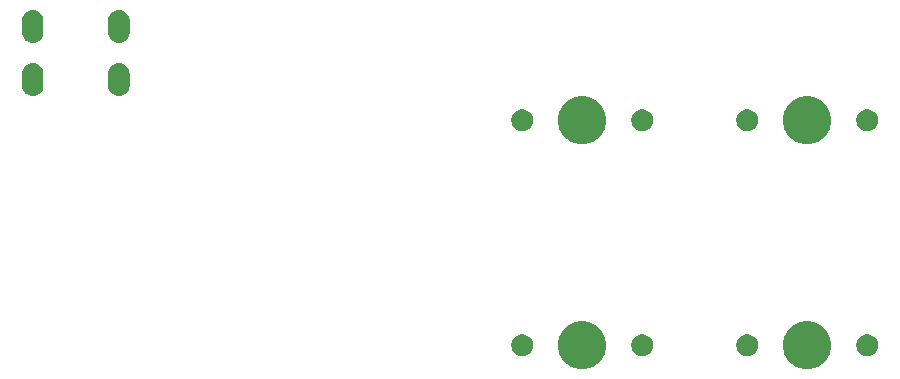
<source format=gts>
G04 #@! TF.GenerationSoftware,KiCad,Pcbnew,(5.1.4)-1*
G04 #@! TF.CreationDate,2021-04-18T17:33:52-07:00*
G04 #@! TF.ProjectId,ai03-pcb-guide,61693033-2d70-4636-922d-67756964652e,rev?*
G04 #@! TF.SameCoordinates,Original*
G04 #@! TF.FileFunction,Soldermask,Top*
G04 #@! TF.FilePolarity,Negative*
%FSLAX46Y46*%
G04 Gerber Fmt 4.6, Leading zero omitted, Abs format (unit mm)*
G04 Created by KiCad (PCBNEW (5.1.4)-1) date 2021-04-18 17:33:52*
%MOMM*%
%LPD*%
G04 APERTURE LIST*
%ADD10C,0.100000*%
G04 APERTURE END LIST*
D10*
G36*
X151408974Y-144877434D02*
G01*
X151626974Y-144967733D01*
X151781123Y-145031583D01*
X152116048Y-145255373D01*
X152400877Y-145540202D01*
X152624667Y-145875127D01*
X152657062Y-145953336D01*
X152778816Y-146247276D01*
X152857400Y-146642344D01*
X152857400Y-147045156D01*
X152778816Y-147440224D01*
X152727951Y-147563022D01*
X152624667Y-147812373D01*
X152400877Y-148147298D01*
X152116048Y-148432127D01*
X151781123Y-148655917D01*
X151626974Y-148719767D01*
X151408974Y-148810066D01*
X151013906Y-148888650D01*
X150611094Y-148888650D01*
X150216026Y-148810066D01*
X149998026Y-148719767D01*
X149843877Y-148655917D01*
X149508952Y-148432127D01*
X149224123Y-148147298D01*
X149000333Y-147812373D01*
X148897049Y-147563022D01*
X148846184Y-147440224D01*
X148767600Y-147045156D01*
X148767600Y-146642344D01*
X148846184Y-146247276D01*
X148967938Y-145953336D01*
X149000333Y-145875127D01*
X149224123Y-145540202D01*
X149508952Y-145255373D01*
X149843877Y-145031583D01*
X149998026Y-144967733D01*
X150216026Y-144877434D01*
X150611094Y-144798850D01*
X151013906Y-144798850D01*
X151408974Y-144877434D01*
X151408974Y-144877434D01*
G37*
G36*
X170458974Y-144877434D02*
G01*
X170676974Y-144967733D01*
X170831123Y-145031583D01*
X171166048Y-145255373D01*
X171450877Y-145540202D01*
X171674667Y-145875127D01*
X171707062Y-145953336D01*
X171828816Y-146247276D01*
X171907400Y-146642344D01*
X171907400Y-147045156D01*
X171828816Y-147440224D01*
X171777951Y-147563022D01*
X171674667Y-147812373D01*
X171450877Y-148147298D01*
X171166048Y-148432127D01*
X170831123Y-148655917D01*
X170676974Y-148719767D01*
X170458974Y-148810066D01*
X170063906Y-148888650D01*
X169661094Y-148888650D01*
X169266026Y-148810066D01*
X169048026Y-148719767D01*
X168893877Y-148655917D01*
X168558952Y-148432127D01*
X168274123Y-148147298D01*
X168050333Y-147812373D01*
X167947049Y-147563022D01*
X167896184Y-147440224D01*
X167817600Y-147045156D01*
X167817600Y-146642344D01*
X167896184Y-146247276D01*
X168017938Y-145953336D01*
X168050333Y-145875127D01*
X168274123Y-145540202D01*
X168558952Y-145255373D01*
X168893877Y-145031583D01*
X169048026Y-144967733D01*
X169266026Y-144877434D01*
X169661094Y-144798850D01*
X170063906Y-144798850D01*
X170458974Y-144877434D01*
X170458974Y-144877434D01*
G37*
G36*
X175212604Y-145953335D02*
G01*
X175381126Y-146023139D01*
X175532791Y-146124478D01*
X175661772Y-146253459D01*
X175763111Y-146405124D01*
X175832915Y-146573646D01*
X175868500Y-146752547D01*
X175868500Y-146934953D01*
X175832915Y-147113854D01*
X175763111Y-147282376D01*
X175661772Y-147434041D01*
X175532791Y-147563022D01*
X175381126Y-147664361D01*
X175212604Y-147734165D01*
X175033703Y-147769750D01*
X174851297Y-147769750D01*
X174672396Y-147734165D01*
X174503874Y-147664361D01*
X174352209Y-147563022D01*
X174223228Y-147434041D01*
X174121889Y-147282376D01*
X174052085Y-147113854D01*
X174016500Y-146934953D01*
X174016500Y-146752547D01*
X174052085Y-146573646D01*
X174121889Y-146405124D01*
X174223228Y-146253459D01*
X174352209Y-146124478D01*
X174503874Y-146023139D01*
X174672396Y-145953335D01*
X174851297Y-145917750D01*
X175033703Y-145917750D01*
X175212604Y-145953335D01*
X175212604Y-145953335D01*
G37*
G36*
X165052604Y-145953335D02*
G01*
X165221126Y-146023139D01*
X165372791Y-146124478D01*
X165501772Y-146253459D01*
X165603111Y-146405124D01*
X165672915Y-146573646D01*
X165708500Y-146752547D01*
X165708500Y-146934953D01*
X165672915Y-147113854D01*
X165603111Y-147282376D01*
X165501772Y-147434041D01*
X165372791Y-147563022D01*
X165221126Y-147664361D01*
X165052604Y-147734165D01*
X164873703Y-147769750D01*
X164691297Y-147769750D01*
X164512396Y-147734165D01*
X164343874Y-147664361D01*
X164192209Y-147563022D01*
X164063228Y-147434041D01*
X163961889Y-147282376D01*
X163892085Y-147113854D01*
X163856500Y-146934953D01*
X163856500Y-146752547D01*
X163892085Y-146573646D01*
X163961889Y-146405124D01*
X164063228Y-146253459D01*
X164192209Y-146124478D01*
X164343874Y-146023139D01*
X164512396Y-145953335D01*
X164691297Y-145917750D01*
X164873703Y-145917750D01*
X165052604Y-145953335D01*
X165052604Y-145953335D01*
G37*
G36*
X156162604Y-145953335D02*
G01*
X156331126Y-146023139D01*
X156482791Y-146124478D01*
X156611772Y-146253459D01*
X156713111Y-146405124D01*
X156782915Y-146573646D01*
X156818500Y-146752547D01*
X156818500Y-146934953D01*
X156782915Y-147113854D01*
X156713111Y-147282376D01*
X156611772Y-147434041D01*
X156482791Y-147563022D01*
X156331126Y-147664361D01*
X156162604Y-147734165D01*
X155983703Y-147769750D01*
X155801297Y-147769750D01*
X155622396Y-147734165D01*
X155453874Y-147664361D01*
X155302209Y-147563022D01*
X155173228Y-147434041D01*
X155071889Y-147282376D01*
X155002085Y-147113854D01*
X154966500Y-146934953D01*
X154966500Y-146752547D01*
X155002085Y-146573646D01*
X155071889Y-146405124D01*
X155173228Y-146253459D01*
X155302209Y-146124478D01*
X155453874Y-146023139D01*
X155622396Y-145953335D01*
X155801297Y-145917750D01*
X155983703Y-145917750D01*
X156162604Y-145953335D01*
X156162604Y-145953335D01*
G37*
G36*
X146002604Y-145953335D02*
G01*
X146171126Y-146023139D01*
X146322791Y-146124478D01*
X146451772Y-146253459D01*
X146553111Y-146405124D01*
X146622915Y-146573646D01*
X146658500Y-146752547D01*
X146658500Y-146934953D01*
X146622915Y-147113854D01*
X146553111Y-147282376D01*
X146451772Y-147434041D01*
X146322791Y-147563022D01*
X146171126Y-147664361D01*
X146002604Y-147734165D01*
X145823703Y-147769750D01*
X145641297Y-147769750D01*
X145462396Y-147734165D01*
X145293874Y-147664361D01*
X145142209Y-147563022D01*
X145013228Y-147434041D01*
X144911889Y-147282376D01*
X144842085Y-147113854D01*
X144806500Y-146934953D01*
X144806500Y-146752547D01*
X144842085Y-146573646D01*
X144911889Y-146405124D01*
X145013228Y-146253459D01*
X145142209Y-146124478D01*
X145293874Y-146023139D01*
X145462396Y-145953335D01*
X145641297Y-145917750D01*
X145823703Y-145917750D01*
X146002604Y-145953335D01*
X146002604Y-145953335D01*
G37*
G36*
X151408974Y-125827434D02*
G01*
X151626974Y-125917733D01*
X151781123Y-125981583D01*
X152116048Y-126205373D01*
X152400877Y-126490202D01*
X152624667Y-126825127D01*
X152657062Y-126903336D01*
X152778816Y-127197276D01*
X152857400Y-127592344D01*
X152857400Y-127995156D01*
X152778816Y-128390224D01*
X152727951Y-128513022D01*
X152624667Y-128762373D01*
X152400877Y-129097298D01*
X152116048Y-129382127D01*
X151781123Y-129605917D01*
X151626974Y-129669767D01*
X151408974Y-129760066D01*
X151013906Y-129838650D01*
X150611094Y-129838650D01*
X150216026Y-129760066D01*
X149998026Y-129669767D01*
X149843877Y-129605917D01*
X149508952Y-129382127D01*
X149224123Y-129097298D01*
X149000333Y-128762373D01*
X148897049Y-128513022D01*
X148846184Y-128390224D01*
X148767600Y-127995156D01*
X148767600Y-127592344D01*
X148846184Y-127197276D01*
X148967938Y-126903336D01*
X149000333Y-126825127D01*
X149224123Y-126490202D01*
X149508952Y-126205373D01*
X149843877Y-125981583D01*
X149998026Y-125917733D01*
X150216026Y-125827434D01*
X150611094Y-125748850D01*
X151013906Y-125748850D01*
X151408974Y-125827434D01*
X151408974Y-125827434D01*
G37*
G36*
X170458974Y-125827434D02*
G01*
X170676974Y-125917733D01*
X170831123Y-125981583D01*
X171166048Y-126205373D01*
X171450877Y-126490202D01*
X171674667Y-126825127D01*
X171707062Y-126903336D01*
X171828816Y-127197276D01*
X171907400Y-127592344D01*
X171907400Y-127995156D01*
X171828816Y-128390224D01*
X171777951Y-128513022D01*
X171674667Y-128762373D01*
X171450877Y-129097298D01*
X171166048Y-129382127D01*
X170831123Y-129605917D01*
X170676974Y-129669767D01*
X170458974Y-129760066D01*
X170063906Y-129838650D01*
X169661094Y-129838650D01*
X169266026Y-129760066D01*
X169048026Y-129669767D01*
X168893877Y-129605917D01*
X168558952Y-129382127D01*
X168274123Y-129097298D01*
X168050333Y-128762373D01*
X167947049Y-128513022D01*
X167896184Y-128390224D01*
X167817600Y-127995156D01*
X167817600Y-127592344D01*
X167896184Y-127197276D01*
X168017938Y-126903336D01*
X168050333Y-126825127D01*
X168274123Y-126490202D01*
X168558952Y-126205373D01*
X168893877Y-125981583D01*
X169048026Y-125917733D01*
X169266026Y-125827434D01*
X169661094Y-125748850D01*
X170063906Y-125748850D01*
X170458974Y-125827434D01*
X170458974Y-125827434D01*
G37*
G36*
X175212604Y-126903335D02*
G01*
X175381126Y-126973139D01*
X175532791Y-127074478D01*
X175661772Y-127203459D01*
X175763111Y-127355124D01*
X175832915Y-127523646D01*
X175868500Y-127702547D01*
X175868500Y-127884953D01*
X175832915Y-128063854D01*
X175763111Y-128232376D01*
X175661772Y-128384041D01*
X175532791Y-128513022D01*
X175381126Y-128614361D01*
X175212604Y-128684165D01*
X175033703Y-128719750D01*
X174851297Y-128719750D01*
X174672396Y-128684165D01*
X174503874Y-128614361D01*
X174352209Y-128513022D01*
X174223228Y-128384041D01*
X174121889Y-128232376D01*
X174052085Y-128063854D01*
X174016500Y-127884953D01*
X174016500Y-127702547D01*
X174052085Y-127523646D01*
X174121889Y-127355124D01*
X174223228Y-127203459D01*
X174352209Y-127074478D01*
X174503874Y-126973139D01*
X174672396Y-126903335D01*
X174851297Y-126867750D01*
X175033703Y-126867750D01*
X175212604Y-126903335D01*
X175212604Y-126903335D01*
G37*
G36*
X146002604Y-126903335D02*
G01*
X146171126Y-126973139D01*
X146322791Y-127074478D01*
X146451772Y-127203459D01*
X146553111Y-127355124D01*
X146622915Y-127523646D01*
X146658500Y-127702547D01*
X146658500Y-127884953D01*
X146622915Y-128063854D01*
X146553111Y-128232376D01*
X146451772Y-128384041D01*
X146322791Y-128513022D01*
X146171126Y-128614361D01*
X146002604Y-128684165D01*
X145823703Y-128719750D01*
X145641297Y-128719750D01*
X145462396Y-128684165D01*
X145293874Y-128614361D01*
X145142209Y-128513022D01*
X145013228Y-128384041D01*
X144911889Y-128232376D01*
X144842085Y-128063854D01*
X144806500Y-127884953D01*
X144806500Y-127702547D01*
X144842085Y-127523646D01*
X144911889Y-127355124D01*
X145013228Y-127203459D01*
X145142209Y-127074478D01*
X145293874Y-126973139D01*
X145462396Y-126903335D01*
X145641297Y-126867750D01*
X145823703Y-126867750D01*
X146002604Y-126903335D01*
X146002604Y-126903335D01*
G37*
G36*
X156162604Y-126903335D02*
G01*
X156331126Y-126973139D01*
X156482791Y-127074478D01*
X156611772Y-127203459D01*
X156713111Y-127355124D01*
X156782915Y-127523646D01*
X156818500Y-127702547D01*
X156818500Y-127884953D01*
X156782915Y-128063854D01*
X156713111Y-128232376D01*
X156611772Y-128384041D01*
X156482791Y-128513022D01*
X156331126Y-128614361D01*
X156162604Y-128684165D01*
X155983703Y-128719750D01*
X155801297Y-128719750D01*
X155622396Y-128684165D01*
X155453874Y-128614361D01*
X155302209Y-128513022D01*
X155173228Y-128384041D01*
X155071889Y-128232376D01*
X155002085Y-128063854D01*
X154966500Y-127884953D01*
X154966500Y-127702547D01*
X155002085Y-127523646D01*
X155071889Y-127355124D01*
X155173228Y-127203459D01*
X155302209Y-127074478D01*
X155453874Y-126973139D01*
X155622396Y-126903335D01*
X155801297Y-126867750D01*
X155983703Y-126867750D01*
X156162604Y-126903335D01*
X156162604Y-126903335D01*
G37*
G36*
X165052604Y-126903335D02*
G01*
X165221126Y-126973139D01*
X165372791Y-127074478D01*
X165501772Y-127203459D01*
X165603111Y-127355124D01*
X165672915Y-127523646D01*
X165708500Y-127702547D01*
X165708500Y-127884953D01*
X165672915Y-128063854D01*
X165603111Y-128232376D01*
X165501772Y-128384041D01*
X165372791Y-128513022D01*
X165221126Y-128614361D01*
X165052604Y-128684165D01*
X164873703Y-128719750D01*
X164691297Y-128719750D01*
X164512396Y-128684165D01*
X164343874Y-128614361D01*
X164192209Y-128513022D01*
X164063228Y-128384041D01*
X163961889Y-128232376D01*
X163892085Y-128063854D01*
X163856500Y-127884953D01*
X163856500Y-127702547D01*
X163892085Y-127523646D01*
X163961889Y-127355124D01*
X164063228Y-127203459D01*
X164192209Y-127074478D01*
X164343874Y-126973139D01*
X164512396Y-126903335D01*
X164691297Y-126867750D01*
X164873703Y-126867750D01*
X165052604Y-126903335D01*
X165052604Y-126903335D01*
G37*
G36*
X104476627Y-122968287D02*
G01*
X104646466Y-123019807D01*
X104802991Y-123103472D01*
X104838729Y-123132802D01*
X104940186Y-123216064D01*
X105023448Y-123317521D01*
X105052778Y-123353259D01*
X105136443Y-123509784D01*
X105187963Y-123679623D01*
X105201000Y-123811992D01*
X105201000Y-124900508D01*
X105187963Y-125032877D01*
X105136443Y-125202716D01*
X105052778Y-125359241D01*
X105023448Y-125394979D01*
X104940186Y-125496436D01*
X104802989Y-125609029D01*
X104646467Y-125692692D01*
X104646465Y-125692693D01*
X104476626Y-125744213D01*
X104300000Y-125761609D01*
X104123373Y-125744213D01*
X103953534Y-125692693D01*
X103797009Y-125609028D01*
X103761271Y-125579698D01*
X103659814Y-125496436D01*
X103547221Y-125359239D01*
X103463558Y-125202717D01*
X103463557Y-125202715D01*
X103412037Y-125032876D01*
X103399000Y-124900507D01*
X103399001Y-123811992D01*
X103412038Y-123679623D01*
X103463558Y-123509784D01*
X103547223Y-123353259D01*
X103576553Y-123317521D01*
X103659815Y-123216064D01*
X103761272Y-123132802D01*
X103797010Y-123103472D01*
X103953535Y-123019807D01*
X104123374Y-122968287D01*
X104300000Y-122950891D01*
X104476627Y-122968287D01*
X104476627Y-122968287D01*
G37*
G36*
X111776627Y-122968287D02*
G01*
X111946466Y-123019807D01*
X112102991Y-123103472D01*
X112138729Y-123132802D01*
X112240186Y-123216064D01*
X112323448Y-123317521D01*
X112352778Y-123353259D01*
X112436443Y-123509784D01*
X112487963Y-123679623D01*
X112501000Y-123811992D01*
X112501000Y-124900508D01*
X112487963Y-125032877D01*
X112436443Y-125202716D01*
X112352778Y-125359241D01*
X112323448Y-125394979D01*
X112240186Y-125496436D01*
X112102989Y-125609029D01*
X111946467Y-125692692D01*
X111946465Y-125692693D01*
X111776626Y-125744213D01*
X111600000Y-125761609D01*
X111423373Y-125744213D01*
X111253534Y-125692693D01*
X111097009Y-125609028D01*
X111061271Y-125579698D01*
X110959814Y-125496436D01*
X110847221Y-125359239D01*
X110763558Y-125202717D01*
X110763557Y-125202715D01*
X110712037Y-125032876D01*
X110699000Y-124900507D01*
X110699001Y-123811992D01*
X110712038Y-123679623D01*
X110763558Y-123509784D01*
X110847223Y-123353259D01*
X110876553Y-123317521D01*
X110959815Y-123216064D01*
X111061272Y-123132802D01*
X111097010Y-123103472D01*
X111253535Y-123019807D01*
X111423374Y-122968287D01*
X111600000Y-122950891D01*
X111776627Y-122968287D01*
X111776627Y-122968287D01*
G37*
G36*
X104476627Y-118468287D02*
G01*
X104646466Y-118519807D01*
X104802991Y-118603472D01*
X104838729Y-118632802D01*
X104940186Y-118716064D01*
X105023448Y-118817521D01*
X105052778Y-118853259D01*
X105136443Y-119009784D01*
X105187963Y-119179623D01*
X105201000Y-119311992D01*
X105201000Y-120400508D01*
X105187963Y-120532877D01*
X105136443Y-120702716D01*
X105052778Y-120859241D01*
X105023448Y-120894979D01*
X104940186Y-120996436D01*
X104802989Y-121109029D01*
X104646467Y-121192692D01*
X104646465Y-121192693D01*
X104476626Y-121244213D01*
X104300000Y-121261609D01*
X104123373Y-121244213D01*
X103953534Y-121192693D01*
X103797009Y-121109028D01*
X103761271Y-121079698D01*
X103659814Y-120996436D01*
X103547221Y-120859239D01*
X103463558Y-120702717D01*
X103463557Y-120702715D01*
X103412037Y-120532876D01*
X103399000Y-120400507D01*
X103399001Y-119311992D01*
X103412038Y-119179623D01*
X103463558Y-119009784D01*
X103547223Y-118853259D01*
X103576553Y-118817521D01*
X103659815Y-118716064D01*
X103761272Y-118632802D01*
X103797010Y-118603472D01*
X103953535Y-118519807D01*
X104123374Y-118468287D01*
X104300000Y-118450891D01*
X104476627Y-118468287D01*
X104476627Y-118468287D01*
G37*
G36*
X111776627Y-118468287D02*
G01*
X111946466Y-118519807D01*
X112102991Y-118603472D01*
X112138729Y-118632802D01*
X112240186Y-118716064D01*
X112323448Y-118817521D01*
X112352778Y-118853259D01*
X112436443Y-119009784D01*
X112487963Y-119179623D01*
X112501000Y-119311992D01*
X112501000Y-120400508D01*
X112487963Y-120532877D01*
X112436443Y-120702716D01*
X112352778Y-120859241D01*
X112323448Y-120894979D01*
X112240186Y-120996436D01*
X112102989Y-121109029D01*
X111946467Y-121192692D01*
X111946465Y-121192693D01*
X111776626Y-121244213D01*
X111600000Y-121261609D01*
X111423373Y-121244213D01*
X111253534Y-121192693D01*
X111097009Y-121109028D01*
X111061271Y-121079698D01*
X110959814Y-120996436D01*
X110847221Y-120859239D01*
X110763558Y-120702717D01*
X110763557Y-120702715D01*
X110712037Y-120532876D01*
X110699000Y-120400507D01*
X110699001Y-119311992D01*
X110712038Y-119179623D01*
X110763558Y-119009784D01*
X110847223Y-118853259D01*
X110876553Y-118817521D01*
X110959815Y-118716064D01*
X111061272Y-118632802D01*
X111097010Y-118603472D01*
X111253535Y-118519807D01*
X111423374Y-118468287D01*
X111600000Y-118450891D01*
X111776627Y-118468287D01*
X111776627Y-118468287D01*
G37*
M02*

</source>
